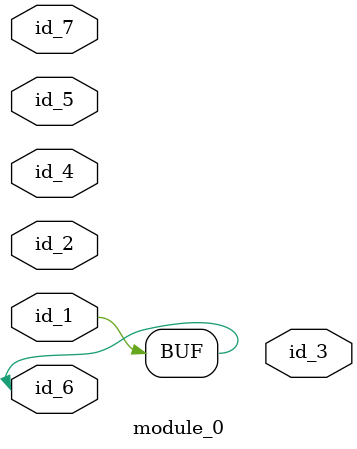
<source format=v>
module module_0 (
    id_1,
    id_2,
    id_3,
    id_4,
    id_5,
    id_6,
    id_7
);
  inout id_7;
  inout id_6;
  inout id_5;
  input id_4;
  output id_3;
  inout id_2;
  input id_1;
  initial begin
    id_6 <= id_1;
  end
endmodule

</source>
